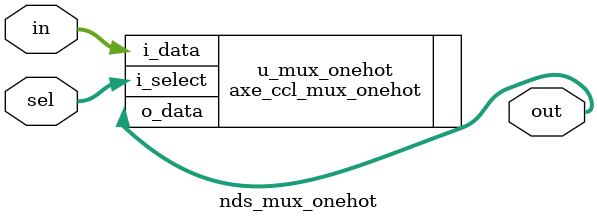
<source format=sv>

module nds_mux_onehot (
  out,
  sel,
  in
);
  parameter N = 2;
  parameter W = 8;

  output [W - 1:0] out;
  input [N - 1:0] sel;
  input [(N * W) - 1:0] in;

  axe_ccl_mux_onehot #(
    .DataWidth(W),
    .NumInputs(N)
  ) u_mux_onehot (
    .i_data(in),
    .i_select(sel),
    .o_data(out)
  );

endmodule

</source>
